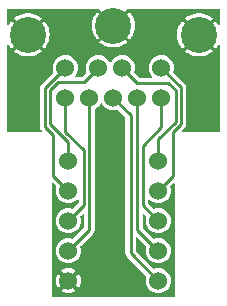
<source format=gtl>
%TF.GenerationSoftware,KiCad,Pcbnew,7.0.9*%
%TF.CreationDate,2024-04-07T08:45:39-04:00*%
%TF.ProjectId,MD-90SM-breakout,4d442d39-3053-44d2-9d62-7265616b6f75,0.1*%
%TF.SameCoordinates,PX85b991cPY53920b0*%
%TF.FileFunction,Copper,L1,Top*%
%TF.FilePolarity,Positive*%
%FSLAX45Y45*%
G04 Gerber Fmt 4.5, Leading zero omitted, Abs format (unit mm)*
G04 Created by KiCad (PCBNEW 7.0.9) date 2024-04-07 08:45:39*
%MOMM*%
%LPD*%
G01*
G04 APERTURE LIST*
%TA.AperFunction,ComponentPad*%
%ADD10C,1.524000*%
%TD*%
%TA.AperFunction,ComponentPad*%
%ADD11C,3.048000*%
%TD*%
%TA.AperFunction,Conductor*%
%ADD12C,0.254000*%
%TD*%
G04 APERTURE END LIST*
D10*
%TO.P,CON103,1,1*%
%TO.N,/+5V*%
X1333500Y-1337310D03*
%TO.P,CON103,2,2*%
%TO.N,/L+R*%
X1333500Y-1591310D03*
%TO.P,CON103,3,3*%
%TO.N,/SR*%
X1333500Y-1845310D03*
%TO.P,CON103,4,4*%
%TO.N,/SL*%
X1333500Y-2099310D03*
%TO.P,CON103,5,5*%
%TO.N,/S*%
X1333500Y-2353310D03*
%TD*%
%TO.P,CON102,1,1*%
%TO.N,/B*%
X571500Y-1337310D03*
%TO.P,CON102,2,2*%
%TO.N,/G*%
X571500Y-1591310D03*
%TO.P,CON102,3,3*%
%TO.N,/R*%
X571500Y-1845310D03*
%TO.P,CON102,4,4*%
%TO.N,/CV*%
X571500Y-2099310D03*
%TO.P,CON102,5,5*%
%TO.N,/GND*%
X571500Y-2353310D03*
%TD*%
%TO.P,CON101,1,B*%
%TO.N,/B*%
X825500Y-549910D03*
%TO.P,CON101,2,+5V*%
%TO.N,/+5V*%
X1028700Y-549910D03*
%TO.P,CON101,3,G*%
%TO.N,/G*%
X546100Y-549910D03*
%TO.P,CON101,4,CVBS*%
%TO.N,/CV*%
X749300Y-803910D03*
%TO.P,CON101,5,SYNC*%
%TO.N,/S*%
X952500Y-803910D03*
%TO.P,CON101,6,L+R*%
%TO.N,/L+R*%
X1358900Y-549910D03*
%TO.P,CON101,7,R*%
%TO.N,/R*%
X546100Y-803910D03*
%TO.P,CON101,8,SL*%
%TO.N,/SL*%
X1155700Y-803910D03*
%TO.P,CON101,9,SR*%
%TO.N,/SR*%
X1358900Y-803910D03*
D11*
%TO.P,CON101,10,GND*%
%TO.N,/GND*%
X228600Y-270510D03*
X952500Y-194310D03*
X1676400Y-270510D03*
%TD*%
D12*
%TO.N,/S*%
X1097280Y-2117090D02*
X1333500Y-2353310D01*
X952500Y-803910D02*
X1097280Y-948690D01*
X1097280Y-948690D02*
X1097280Y-2117090D01*
%TO.N,/R*%
X546100Y-803910D02*
X546100Y-1090930D01*
X546100Y-1090930D02*
X703580Y-1248410D01*
X703580Y-1248410D02*
X703580Y-1713230D01*
X703580Y-1713230D02*
X571500Y-1845310D01*
%TO.N,/CV*%
X749300Y-1921510D02*
X571500Y-2099310D01*
X749300Y-803910D02*
X749300Y-1921510D01*
%TO.N,/G*%
X444500Y-1120507D02*
X373380Y-1049387D01*
X571500Y-1591310D02*
X444500Y-1464310D01*
X444500Y-1464310D02*
X444500Y-1120507D01*
X373380Y-1049387D02*
X373380Y-722630D01*
X373380Y-722630D02*
X546100Y-549910D01*
%TO.N,/L+R*%
X1333500Y-1591310D02*
X1460500Y-1464310D01*
X1524000Y-1029970D02*
X1524000Y-715010D01*
X1460500Y-1464310D02*
X1460500Y-1093470D01*
X1524000Y-715010D02*
X1358900Y-549910D01*
X1460500Y-1093470D02*
X1524000Y-1029970D01*
%TO.N,/B*%
X419100Y-741568D02*
X419100Y-1030449D01*
X571500Y-1182850D02*
X419100Y-1030449D01*
X825500Y-549910D02*
X701040Y-674370D01*
X571500Y-1337310D02*
X571500Y-1182850D01*
X701040Y-674370D02*
X486298Y-674370D01*
X486298Y-674370D02*
X419100Y-741568D01*
%TO.N,/+5V*%
X1478280Y-1009650D02*
X1333500Y-1154430D01*
X1333500Y-1154430D02*
X1333500Y-1337310D01*
X1417320Y-676910D02*
X1478280Y-737870D01*
X1155700Y-676910D02*
X1417320Y-676910D01*
X1478280Y-737870D02*
X1478280Y-1009650D01*
X1028700Y-549910D02*
X1155700Y-676910D01*
%TO.N,/SL*%
X1155700Y-803910D02*
X1155700Y-1921510D01*
X1155700Y-1921510D02*
X1333500Y-2099310D01*
%TO.N,/SR*%
X1358900Y-803910D02*
X1358900Y-1055370D01*
X1201420Y-1713230D02*
X1201420Y-1212850D01*
X1358900Y-1055370D02*
X1201420Y-1212850D01*
X1333500Y-1845310D02*
X1201420Y-1713230D01*
%TD*%
%TA.AperFunction,Conductor*%
%TO.N,/GND*%
G36*
X858364Y-854247D02*
G01*
X858651Y-854743D01*
X863328Y-863493D01*
X876665Y-879745D01*
X892917Y-893082D01*
X911459Y-902993D01*
X911459Y-902993D01*
X911459Y-902993D01*
X924970Y-907091D01*
X931577Y-909096D01*
X952500Y-911156D01*
X973423Y-909096D01*
X986125Y-905242D01*
X992129Y-905570D01*
X994892Y-907438D01*
X1051476Y-964022D01*
X1054017Y-969471D01*
X1054050Y-970237D01*
X1054050Y-2114416D01*
X1054022Y-2114908D01*
X1053592Y-2118724D01*
X1054653Y-2124333D01*
X1055504Y-2129976D01*
X1055698Y-2130606D01*
X1055669Y-2130615D01*
X1055768Y-2130918D01*
X1055798Y-2130908D01*
X1056015Y-2131529D01*
X1058682Y-2136575D01*
X1061158Y-2141717D01*
X1061529Y-2142262D01*
X1061504Y-2142279D01*
X1061688Y-2142539D01*
X1061713Y-2142521D01*
X1062104Y-2143050D01*
X1062104Y-2143051D01*
X1066141Y-2147087D01*
X1070022Y-2151270D01*
X1070022Y-2151270D01*
X1070538Y-2151681D01*
X1070518Y-2151706D01*
X1071554Y-2152501D01*
X1229971Y-2310918D01*
X1232513Y-2316367D01*
X1232167Y-2319685D01*
X1228315Y-2332386D01*
X1228314Y-2332387D01*
X1226254Y-2353310D01*
X1228314Y-2374233D01*
X1234417Y-2394351D01*
X1234417Y-2394351D01*
X1234417Y-2394351D01*
X1234417Y-2394351D01*
X1244328Y-2412893D01*
X1257665Y-2429145D01*
X1273917Y-2442482D01*
X1292459Y-2452393D01*
X1312577Y-2458496D01*
X1333500Y-2460556D01*
X1354423Y-2458496D01*
X1374541Y-2452393D01*
X1393083Y-2442482D01*
X1409335Y-2429145D01*
X1422672Y-2412893D01*
X1432583Y-2394351D01*
X1438686Y-2374233D01*
X1440746Y-2353310D01*
X1438686Y-2332387D01*
X1432583Y-2312269D01*
X1422672Y-2293727D01*
X1409335Y-2277475D01*
X1393083Y-2264138D01*
X1374541Y-2254227D01*
X1374541Y-2254227D01*
X1374541Y-2254227D01*
X1354423Y-2248124D01*
X1354423Y-2248124D01*
X1354423Y-2248124D01*
X1333500Y-2246064D01*
X1312577Y-2248124D01*
X1312576Y-2248125D01*
X1299875Y-2251977D01*
X1293871Y-2251650D01*
X1291108Y-2249781D01*
X1143085Y-2101758D01*
X1140543Y-2096309D01*
X1140510Y-2095542D01*
X1140510Y-1988677D01*
X1142567Y-1983027D01*
X1147774Y-1980021D01*
X1153695Y-1981065D01*
X1155516Y-1982462D01*
X1229971Y-2056918D01*
X1232513Y-2062367D01*
X1232167Y-2065685D01*
X1228315Y-2078386D01*
X1228314Y-2078387D01*
X1228314Y-2078387D01*
X1226254Y-2099310D01*
X1228166Y-2118724D01*
X1228314Y-2120233D01*
X1234417Y-2140351D01*
X1234417Y-2140351D01*
X1234417Y-2140351D01*
X1234417Y-2140351D01*
X1244328Y-2158893D01*
X1257665Y-2175145D01*
X1273917Y-2188482D01*
X1292459Y-2198393D01*
X1312577Y-2204496D01*
X1333500Y-2206556D01*
X1354423Y-2204496D01*
X1374541Y-2198393D01*
X1393083Y-2188482D01*
X1409335Y-2175145D01*
X1422672Y-2158893D01*
X1432583Y-2140351D01*
X1438686Y-2120233D01*
X1440746Y-2099310D01*
X1438686Y-2078387D01*
X1432583Y-2058269D01*
X1422672Y-2039727D01*
X1409335Y-2023475D01*
X1393083Y-2010138D01*
X1374541Y-2000227D01*
X1374541Y-2000227D01*
X1374541Y-2000227D01*
X1354423Y-1994124D01*
X1354423Y-1994124D01*
X1354423Y-1994124D01*
X1333500Y-1992064D01*
X1312577Y-1994124D01*
X1312576Y-1994124D01*
X1299875Y-1997977D01*
X1293871Y-1997650D01*
X1291108Y-1995781D01*
X1201505Y-1906178D01*
X1198963Y-1900729D01*
X1198930Y-1899962D01*
X1198930Y-1793097D01*
X1200987Y-1787447D01*
X1206194Y-1784441D01*
X1212115Y-1785485D01*
X1213936Y-1786882D01*
X1229971Y-1802918D01*
X1232513Y-1808367D01*
X1232167Y-1811685D01*
X1228315Y-1824386D01*
X1228314Y-1824387D01*
X1226254Y-1845310D01*
X1228314Y-1866233D01*
X1234417Y-1886351D01*
X1234417Y-1886351D01*
X1234417Y-1886351D01*
X1234417Y-1886351D01*
X1244328Y-1904893D01*
X1257665Y-1921145D01*
X1273917Y-1934482D01*
X1292459Y-1944393D01*
X1312577Y-1950496D01*
X1333500Y-1952556D01*
X1354423Y-1950496D01*
X1374541Y-1944393D01*
X1393083Y-1934482D01*
X1409335Y-1921145D01*
X1422672Y-1904893D01*
X1432583Y-1886351D01*
X1438686Y-1866233D01*
X1440746Y-1845310D01*
X1438686Y-1824387D01*
X1432583Y-1804269D01*
X1422672Y-1785727D01*
X1409335Y-1769475D01*
X1393083Y-1756138D01*
X1374541Y-1746227D01*
X1374541Y-1746227D01*
X1374541Y-1746227D01*
X1354423Y-1740124D01*
X1354423Y-1740124D01*
X1354423Y-1740124D01*
X1333500Y-1738064D01*
X1312577Y-1740124D01*
X1312576Y-1740124D01*
X1299875Y-1743977D01*
X1293871Y-1743650D01*
X1291108Y-1741781D01*
X1247225Y-1697898D01*
X1244683Y-1692449D01*
X1244650Y-1691682D01*
X1244650Y-1675048D01*
X1246707Y-1669398D01*
X1251914Y-1666392D01*
X1257835Y-1667436D01*
X1259015Y-1668253D01*
X1273917Y-1680482D01*
X1292459Y-1690393D01*
X1312577Y-1696496D01*
X1333500Y-1698556D01*
X1354423Y-1696496D01*
X1374541Y-1690393D01*
X1393083Y-1680482D01*
X1409335Y-1667145D01*
X1422672Y-1650893D01*
X1432583Y-1632351D01*
X1438686Y-1612233D01*
X1440746Y-1591310D01*
X1438686Y-1570387D01*
X1434832Y-1557685D01*
X1435160Y-1551681D01*
X1437028Y-1548918D01*
X1451929Y-1534017D01*
X1458145Y-1527802D01*
X1463594Y-1525261D01*
X1469402Y-1526817D01*
X1472850Y-1531742D01*
X1473150Y-1534017D01*
X1473150Y-2484170D01*
X1471093Y-2489820D01*
X1465886Y-2492827D01*
X1464360Y-2492960D01*
X440640Y-2492960D01*
X434990Y-2490904D01*
X431983Y-2485696D01*
X431850Y-2484170D01*
X431850Y-2353310D01*
X464304Y-2353310D01*
X466364Y-2374224D01*
X472463Y-2394332D01*
X482370Y-2412865D01*
X485986Y-2417271D01*
X526307Y-2376951D01*
X532713Y-2386919D01*
X543753Y-2396485D01*
X547957Y-2398405D01*
X507538Y-2438824D01*
X511945Y-2442440D01*
X511944Y-2442440D01*
X530478Y-2452347D01*
X550586Y-2458446D01*
X571500Y-2460506D01*
X592414Y-2458446D01*
X612522Y-2452347D01*
X631055Y-2442440D01*
X635461Y-2438824D01*
X595043Y-2398405D01*
X599247Y-2396485D01*
X610287Y-2386919D01*
X616693Y-2376951D01*
X657014Y-2417271D01*
X660630Y-2412865D01*
X670537Y-2394332D01*
X676636Y-2374224D01*
X678696Y-2353310D01*
X676636Y-2332396D01*
X670537Y-2312288D01*
X660630Y-2293755D01*
X657014Y-2289348D01*
X616693Y-2329669D01*
X610287Y-2319701D01*
X599247Y-2310135D01*
X595043Y-2308215D01*
X635461Y-2267796D01*
X631055Y-2264180D01*
X631055Y-2264180D01*
X612522Y-2254273D01*
X592414Y-2248174D01*
X571500Y-2246114D01*
X550586Y-2248174D01*
X530478Y-2254273D01*
X511945Y-2264180D01*
X507538Y-2267796D01*
X547957Y-2308215D01*
X543753Y-2310135D01*
X532713Y-2319701D01*
X526307Y-2329669D01*
X485986Y-2289349D01*
X482370Y-2293755D01*
X472463Y-2312288D01*
X466364Y-2332396D01*
X464304Y-2353310D01*
X431850Y-2353310D01*
X431850Y-1534017D01*
X433906Y-1528367D01*
X439114Y-1525361D01*
X445035Y-1526405D01*
X446855Y-1527802D01*
X467971Y-1548918D01*
X470512Y-1554367D01*
X470167Y-1557685D01*
X466314Y-1570386D01*
X466314Y-1570387D01*
X464254Y-1591310D01*
X466314Y-1612233D01*
X472417Y-1632351D01*
X472417Y-1632351D01*
X472417Y-1632351D01*
X472417Y-1632351D01*
X482328Y-1650893D01*
X495665Y-1667145D01*
X511917Y-1680482D01*
X530459Y-1690393D01*
X550577Y-1696496D01*
X571500Y-1698556D01*
X592423Y-1696496D01*
X612541Y-1690393D01*
X631083Y-1680482D01*
X645984Y-1668253D01*
X651656Y-1666259D01*
X657283Y-1668377D01*
X660233Y-1673616D01*
X660350Y-1675048D01*
X660350Y-1691682D01*
X658294Y-1697333D01*
X657776Y-1697898D01*
X613892Y-1741781D01*
X608443Y-1744322D01*
X605125Y-1743977D01*
X592424Y-1740124D01*
X592423Y-1740124D01*
X571500Y-1738064D01*
X550577Y-1740124D01*
X550577Y-1740124D01*
X550577Y-1740124D01*
X530459Y-1746227D01*
X530459Y-1746227D01*
X511917Y-1756138D01*
X495665Y-1769475D01*
X495665Y-1769475D01*
X482328Y-1785727D01*
X472417Y-1804269D01*
X472417Y-1804269D01*
X466314Y-1824387D01*
X464254Y-1845310D01*
X466314Y-1866233D01*
X472417Y-1886351D01*
X472417Y-1886351D01*
X472417Y-1886351D01*
X472417Y-1886351D01*
X482328Y-1904893D01*
X495665Y-1921145D01*
X511917Y-1934482D01*
X530459Y-1944393D01*
X550577Y-1950496D01*
X571500Y-1952556D01*
X592423Y-1950496D01*
X612541Y-1944393D01*
X631083Y-1934482D01*
X647335Y-1921145D01*
X660672Y-1904893D01*
X670583Y-1886351D01*
X676686Y-1866233D01*
X678746Y-1845310D01*
X676686Y-1824387D01*
X672832Y-1811685D01*
X673160Y-1805681D01*
X675029Y-1802918D01*
X691065Y-1786882D01*
X696514Y-1784341D01*
X702322Y-1785897D01*
X705770Y-1790822D01*
X706070Y-1793097D01*
X706070Y-1899962D01*
X704013Y-1905612D01*
X703495Y-1906178D01*
X613892Y-1995781D01*
X608443Y-1998322D01*
X605125Y-1997977D01*
X592423Y-1994124D01*
X592423Y-1994124D01*
X592423Y-1994124D01*
X571500Y-1992064D01*
X550577Y-1994124D01*
X550577Y-1994124D01*
X550577Y-1994124D01*
X530459Y-2000227D01*
X530459Y-2000227D01*
X511917Y-2010138D01*
X495665Y-2023475D01*
X495665Y-2023475D01*
X482328Y-2039727D01*
X472417Y-2058269D01*
X472417Y-2058269D01*
X466314Y-2078387D01*
X466314Y-2078387D01*
X466314Y-2078387D01*
X464254Y-2099310D01*
X466166Y-2118724D01*
X466314Y-2120233D01*
X472417Y-2140351D01*
X472417Y-2140351D01*
X472417Y-2140351D01*
X472417Y-2140351D01*
X482328Y-2158893D01*
X495665Y-2175145D01*
X511917Y-2188482D01*
X530459Y-2198393D01*
X550577Y-2204496D01*
X571500Y-2206556D01*
X592423Y-2204496D01*
X612541Y-2198393D01*
X631083Y-2188482D01*
X647335Y-2175145D01*
X660672Y-2158893D01*
X670583Y-2140351D01*
X676686Y-2120233D01*
X678746Y-2099310D01*
X676686Y-2078387D01*
X672833Y-2065685D01*
X673160Y-2059681D01*
X675028Y-2056918D01*
X777977Y-1953969D01*
X778344Y-1953641D01*
X781348Y-1951246D01*
X781859Y-1950496D01*
X784563Y-1946530D01*
X787952Y-1941938D01*
X788260Y-1941356D01*
X788288Y-1941370D01*
X788431Y-1941086D01*
X788403Y-1941072D01*
X788689Y-1940479D01*
X788689Y-1940479D01*
X788689Y-1940479D01*
X790371Y-1935025D01*
X792256Y-1929638D01*
X792256Y-1929637D01*
X792256Y-1929637D01*
X792379Y-1928990D01*
X792410Y-1928996D01*
X792463Y-1928682D01*
X792432Y-1928678D01*
X792530Y-1928026D01*
X792530Y-1922319D01*
X792574Y-1921144D01*
X792743Y-1916615D01*
X792743Y-1916615D01*
X792670Y-1915961D01*
X792700Y-1915957D01*
X792530Y-1914661D01*
X792530Y-907091D01*
X794586Y-901441D01*
X797176Y-899339D01*
X808883Y-893082D01*
X825135Y-879745D01*
X838472Y-863493D01*
X843148Y-854745D01*
X847625Y-850731D01*
X853634Y-850535D01*
X858364Y-854247D01*
G37*
%TD.AperFunction*%
%TA.AperFunction,Conductor*%
G36*
X832602Y-52906D02*
G01*
X833167Y-53424D01*
X883175Y-103432D01*
X875167Y-109479D01*
X861313Y-124676D01*
X812804Y-76167D01*
X812804Y-76167D01*
X800974Y-91000D01*
X800973Y-91002D01*
X787269Y-114738D01*
X787269Y-114738D01*
X777255Y-140254D01*
X777255Y-140254D01*
X771155Y-166976D01*
X771155Y-166977D01*
X769107Y-194310D01*
X769107Y-194310D01*
X771155Y-221643D01*
X771155Y-221643D01*
X777255Y-248366D01*
X777255Y-248366D01*
X787269Y-273882D01*
X787269Y-273882D01*
X800973Y-297618D01*
X800974Y-297620D01*
X812804Y-312453D01*
X861313Y-263944D01*
X875167Y-279141D01*
X883174Y-285188D01*
X834273Y-334089D01*
X838156Y-337692D01*
X838156Y-337692D01*
X860804Y-353133D01*
X885499Y-365025D01*
X911692Y-373105D01*
X938795Y-377190D01*
X938795Y-377190D01*
X966204Y-377190D01*
X966205Y-377190D01*
X993308Y-373105D01*
X1019501Y-365025D01*
X1044196Y-353133D01*
X1066843Y-337692D01*
X1066844Y-337692D01*
X1070727Y-334089D01*
X1070727Y-334089D01*
X1021825Y-285188D01*
X1029833Y-279141D01*
X1043687Y-263944D01*
X1092196Y-312453D01*
X1104026Y-297619D01*
X1117731Y-273881D01*
X1127745Y-248366D01*
X1127745Y-248366D01*
X1133844Y-221643D01*
X1133844Y-221643D01*
X1135893Y-194310D01*
X1135893Y-194310D01*
X1133844Y-166977D01*
X1133844Y-166976D01*
X1127745Y-140254D01*
X1127745Y-140254D01*
X1117731Y-114738D01*
X1117731Y-114738D01*
X1104027Y-91002D01*
X1104026Y-91001D01*
X1092196Y-76167D01*
X1043687Y-124676D01*
X1029833Y-109479D01*
X1021825Y-103432D01*
X1071833Y-53424D01*
X1077282Y-50883D01*
X1078048Y-50850D01*
X1845360Y-50850D01*
X1851010Y-52906D01*
X1854016Y-58114D01*
X1854150Y-59640D01*
X1854150Y-179817D01*
X1852093Y-185467D01*
X1846886Y-188474D01*
X1840965Y-187430D01*
X1837748Y-184212D01*
X1827927Y-167202D01*
X1827926Y-167201D01*
X1816096Y-152367D01*
X1767587Y-200876D01*
X1753733Y-185679D01*
X1745725Y-179632D01*
X1794626Y-130731D01*
X1794627Y-130731D01*
X1790743Y-127128D01*
X1768096Y-111687D01*
X1743401Y-99795D01*
X1717208Y-91715D01*
X1690105Y-87630D01*
X1662695Y-87630D01*
X1635592Y-91715D01*
X1609399Y-99795D01*
X1584704Y-111687D01*
X1562056Y-127128D01*
X1558173Y-130731D01*
X1607075Y-179632D01*
X1599067Y-185679D01*
X1585213Y-200876D01*
X1536704Y-152367D01*
X1536704Y-152367D01*
X1524874Y-167200D01*
X1524873Y-167202D01*
X1511169Y-190938D01*
X1511169Y-190938D01*
X1501155Y-216454D01*
X1501155Y-216454D01*
X1495055Y-243176D01*
X1495055Y-243176D01*
X1493007Y-270510D01*
X1493007Y-270510D01*
X1495055Y-297843D01*
X1495055Y-297844D01*
X1501155Y-324566D01*
X1501155Y-324566D01*
X1511169Y-350081D01*
X1511169Y-350082D01*
X1524873Y-373818D01*
X1524874Y-373820D01*
X1536704Y-388653D01*
X1585213Y-340144D01*
X1599067Y-355341D01*
X1607074Y-361388D01*
X1558173Y-410289D01*
X1562056Y-413892D01*
X1562056Y-413892D01*
X1584704Y-429333D01*
X1609399Y-441225D01*
X1635592Y-449305D01*
X1662695Y-453390D01*
X1662695Y-453390D01*
X1690104Y-453390D01*
X1690105Y-453390D01*
X1717208Y-449305D01*
X1743401Y-441225D01*
X1768096Y-429333D01*
X1790743Y-413892D01*
X1790744Y-413892D01*
X1794626Y-410289D01*
X1794626Y-410289D01*
X1745725Y-361388D01*
X1753733Y-355341D01*
X1767587Y-340144D01*
X1816096Y-388653D01*
X1827926Y-373819D01*
X1837748Y-356808D01*
X1842354Y-352943D01*
X1848366Y-352943D01*
X1852972Y-356808D01*
X1854150Y-361203D01*
X1854150Y-1087170D01*
X1852093Y-1092820D01*
X1846886Y-1095827D01*
X1845360Y-1095960D01*
X1540367Y-1095960D01*
X1534717Y-1093904D01*
X1531711Y-1088696D01*
X1532755Y-1082775D01*
X1534152Y-1080955D01*
X1552677Y-1062429D01*
X1553044Y-1062101D01*
X1556048Y-1059706D01*
X1558145Y-1056630D01*
X1559263Y-1054990D01*
X1562652Y-1050398D01*
X1562960Y-1049816D01*
X1562988Y-1049830D01*
X1563131Y-1049546D01*
X1563103Y-1049532D01*
X1563389Y-1048939D01*
X1563388Y-1048939D01*
X1563389Y-1048939D01*
X1565071Y-1043486D01*
X1566956Y-1038098D01*
X1566956Y-1038097D01*
X1566956Y-1038097D01*
X1567079Y-1037450D01*
X1567109Y-1037456D01*
X1567163Y-1037142D01*
X1567132Y-1037138D01*
X1567230Y-1036486D01*
X1567230Y-1030779D01*
X1567443Y-1025075D01*
X1567443Y-1025075D01*
X1567370Y-1024421D01*
X1567400Y-1024417D01*
X1567230Y-1023121D01*
X1567230Y-717684D01*
X1567258Y-717192D01*
X1567453Y-715458D01*
X1567688Y-713375D01*
X1566626Y-707767D01*
X1565776Y-702124D01*
X1565776Y-702123D01*
X1565582Y-701494D01*
X1565612Y-701485D01*
X1565512Y-701182D01*
X1565482Y-701193D01*
X1565265Y-700571D01*
X1563716Y-697641D01*
X1562598Y-695525D01*
X1560122Y-690383D01*
X1560121Y-690382D01*
X1559750Y-689838D01*
X1559776Y-689820D01*
X1559592Y-689561D01*
X1559567Y-689579D01*
X1559176Y-689049D01*
X1559176Y-689049D01*
X1559176Y-689049D01*
X1555139Y-685013D01*
X1551258Y-680830D01*
X1551257Y-680829D01*
X1550743Y-680419D01*
X1550762Y-680395D01*
X1549726Y-679599D01*
X1462428Y-592302D01*
X1459887Y-586853D01*
X1460232Y-583535D01*
X1464086Y-570833D01*
X1466146Y-549910D01*
X1464086Y-528987D01*
X1457983Y-508869D01*
X1448072Y-490327D01*
X1434735Y-474075D01*
X1418483Y-460738D01*
X1399941Y-450827D01*
X1399941Y-450827D01*
X1399941Y-450827D01*
X1379823Y-444724D01*
X1379823Y-444724D01*
X1379823Y-444724D01*
X1358900Y-442664D01*
X1337977Y-444724D01*
X1337977Y-444724D01*
X1337977Y-444724D01*
X1317859Y-450827D01*
X1317859Y-450827D01*
X1299317Y-460738D01*
X1283066Y-474075D01*
X1283065Y-474075D01*
X1269728Y-490327D01*
X1259817Y-508869D01*
X1259817Y-508869D01*
X1253714Y-528987D01*
X1251654Y-549910D01*
X1253714Y-570833D01*
X1259817Y-590951D01*
X1259817Y-590951D01*
X1259817Y-590951D01*
X1259817Y-590951D01*
X1269728Y-609493D01*
X1275703Y-616774D01*
X1277788Y-619314D01*
X1279782Y-624986D01*
X1277664Y-630613D01*
X1272425Y-633563D01*
X1270993Y-633680D01*
X1177247Y-633680D01*
X1171597Y-631624D01*
X1171032Y-631106D01*
X1132229Y-592302D01*
X1129687Y-586853D01*
X1130033Y-583535D01*
X1133886Y-570833D01*
X1133885Y-570833D01*
X1133886Y-570833D01*
X1135946Y-549910D01*
X1133886Y-528987D01*
X1127783Y-508869D01*
X1117872Y-490327D01*
X1104535Y-474075D01*
X1088283Y-460738D01*
X1069741Y-450827D01*
X1069741Y-450827D01*
X1069741Y-450827D01*
X1049623Y-444724D01*
X1049623Y-444724D01*
X1049623Y-444724D01*
X1028700Y-442664D01*
X1007777Y-444724D01*
X1007777Y-444724D01*
X1007777Y-444724D01*
X987659Y-450827D01*
X987659Y-450827D01*
X969117Y-460738D01*
X952865Y-474075D01*
X952865Y-474075D01*
X939528Y-490327D01*
X934852Y-499075D01*
X930375Y-503088D01*
X924365Y-503285D01*
X919635Y-499573D01*
X919348Y-499075D01*
X914672Y-490327D01*
X901335Y-474075D01*
X885083Y-460738D01*
X866541Y-450827D01*
X866541Y-450827D01*
X866541Y-450827D01*
X846423Y-444724D01*
X846423Y-444724D01*
X846423Y-444724D01*
X825500Y-442664D01*
X804577Y-444724D01*
X804577Y-444724D01*
X804577Y-444724D01*
X784459Y-450827D01*
X784459Y-450827D01*
X765917Y-460738D01*
X749665Y-474075D01*
X749665Y-474075D01*
X736328Y-490327D01*
X726417Y-508869D01*
X726417Y-508869D01*
X720314Y-528987D01*
X718254Y-549910D01*
X720314Y-570833D01*
X724167Y-583535D01*
X723840Y-589539D01*
X721971Y-592302D01*
X685708Y-628566D01*
X680259Y-631107D01*
X679493Y-631140D01*
X636092Y-631140D01*
X630442Y-629084D01*
X627435Y-623876D01*
X628479Y-617955D01*
X629297Y-616774D01*
X635272Y-609493D01*
X645183Y-590951D01*
X651286Y-570833D01*
X653346Y-549910D01*
X651286Y-528987D01*
X645183Y-508869D01*
X635272Y-490327D01*
X621935Y-474075D01*
X605683Y-460738D01*
X587141Y-450827D01*
X587141Y-450827D01*
X587141Y-450827D01*
X567023Y-444724D01*
X567023Y-444724D01*
X567023Y-444724D01*
X546100Y-442664D01*
X525177Y-444724D01*
X525177Y-444724D01*
X525177Y-444724D01*
X505059Y-450827D01*
X505059Y-450827D01*
X486517Y-460738D01*
X470265Y-474075D01*
X470265Y-474075D01*
X456928Y-490327D01*
X447017Y-508869D01*
X447017Y-508869D01*
X440914Y-528987D01*
X438854Y-549910D01*
X440914Y-570833D01*
X444767Y-583535D01*
X444440Y-589539D01*
X442571Y-592302D01*
X344702Y-690171D01*
X344335Y-690499D01*
X341332Y-692894D01*
X341332Y-692894D01*
X341332Y-692894D01*
X340768Y-693722D01*
X338117Y-697610D01*
X336879Y-699287D01*
X334728Y-702202D01*
X334420Y-702784D01*
X334393Y-702769D01*
X334249Y-703055D01*
X334277Y-703068D01*
X333991Y-703661D01*
X333585Y-704979D01*
X332309Y-709114D01*
X330818Y-713375D01*
X330424Y-714503D01*
X330301Y-715150D01*
X330271Y-715144D01*
X330218Y-715458D01*
X330248Y-715463D01*
X330150Y-716114D01*
X330150Y-716114D01*
X330150Y-721821D01*
X329941Y-727404D01*
X329937Y-727525D01*
X330010Y-728180D01*
X329979Y-728183D01*
X330150Y-729479D01*
X330150Y-1046713D01*
X330122Y-1047205D01*
X329692Y-1051022D01*
X330753Y-1056630D01*
X331604Y-1062273D01*
X331798Y-1062903D01*
X331769Y-1062912D01*
X331868Y-1063215D01*
X331898Y-1063205D01*
X332115Y-1063827D01*
X334782Y-1068873D01*
X337258Y-1074015D01*
X337629Y-1074559D01*
X337604Y-1074577D01*
X337788Y-1074837D01*
X337813Y-1074818D01*
X338204Y-1075348D01*
X338204Y-1075348D01*
X342241Y-1079385D01*
X343917Y-1081191D01*
X346253Y-1086732D01*
X344481Y-1092477D01*
X339430Y-1095740D01*
X337474Y-1095960D01*
X59640Y-1095960D01*
X53990Y-1093904D01*
X50983Y-1088696D01*
X50850Y-1087170D01*
X50850Y-361203D01*
X52906Y-355552D01*
X58114Y-352546D01*
X64035Y-353590D01*
X67252Y-356808D01*
X77074Y-373819D01*
X77075Y-373820D01*
X88904Y-388653D01*
X137413Y-340144D01*
X151267Y-355341D01*
X159275Y-361388D01*
X110373Y-410289D01*
X114256Y-413892D01*
X114256Y-413892D01*
X136904Y-429333D01*
X161599Y-441225D01*
X187792Y-449305D01*
X214895Y-453390D01*
X214895Y-453390D01*
X242304Y-453390D01*
X242305Y-453390D01*
X269408Y-449305D01*
X295601Y-441225D01*
X320296Y-429333D01*
X342943Y-413892D01*
X342944Y-413892D01*
X346827Y-410289D01*
X346827Y-410289D01*
X297925Y-361388D01*
X305933Y-355341D01*
X319787Y-340144D01*
X368296Y-388653D01*
X380126Y-373819D01*
X393831Y-350081D01*
X403845Y-324566D01*
X403845Y-324566D01*
X409944Y-297844D01*
X409944Y-297843D01*
X411993Y-270510D01*
X411993Y-270510D01*
X409944Y-243176D01*
X409944Y-243176D01*
X403845Y-216454D01*
X403845Y-216454D01*
X393831Y-190938D01*
X393831Y-190938D01*
X380127Y-167202D01*
X380126Y-167201D01*
X368296Y-152367D01*
X319787Y-200876D01*
X305933Y-185679D01*
X297925Y-179632D01*
X346827Y-130731D01*
X346827Y-130731D01*
X342943Y-127128D01*
X320296Y-111687D01*
X295601Y-99795D01*
X269408Y-91715D01*
X242305Y-87630D01*
X214895Y-87630D01*
X187792Y-91715D01*
X161599Y-99795D01*
X136904Y-111687D01*
X114256Y-127128D01*
X110373Y-130731D01*
X159275Y-179632D01*
X151267Y-185679D01*
X137413Y-200876D01*
X88904Y-152367D01*
X88904Y-152367D01*
X77075Y-167200D01*
X77073Y-167202D01*
X67252Y-184212D01*
X62646Y-188077D01*
X56634Y-188077D01*
X52028Y-184212D01*
X50850Y-179817D01*
X50850Y-59640D01*
X52906Y-53990D01*
X58114Y-50983D01*
X59640Y-50850D01*
X826952Y-50850D01*
X832602Y-52906D01*
G37*
%TD.AperFunction*%
%TD*%
M02*

</source>
